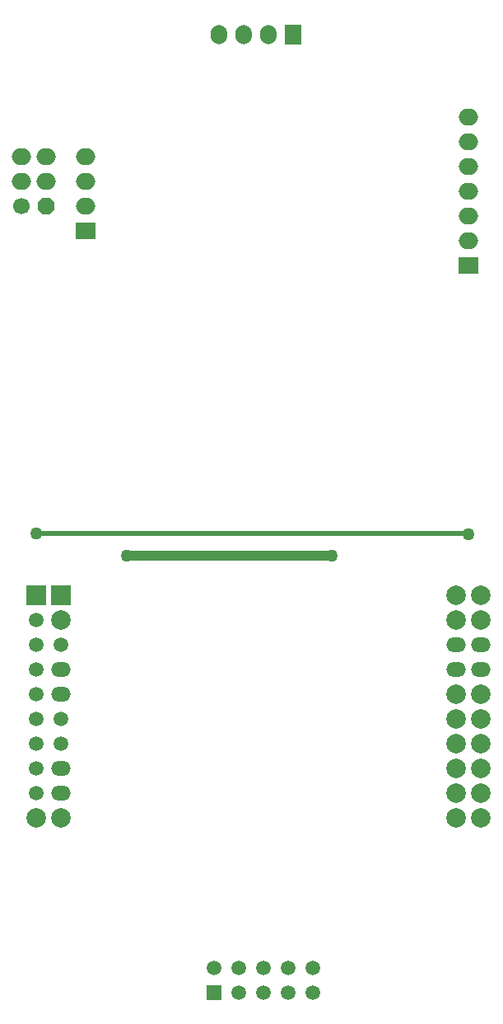
<source format=gtl>
%FSLAX25Y25*%
%MOIN*%
G70*
G01*
G75*
G04 Layer_Physical_Order=1*
G04 Layer_Color=255*
%ADD10C,0.01969*%
%ADD11C,0.03937*%
%ADD12C,0.05906*%
%ADD13R,0.05906X0.05906*%
%ADD14R,0.07874X0.06693*%
%ADD15O,0.07874X0.06693*%
%ADD16R,0.06693X0.07874*%
%ADD17O,0.06693X0.07874*%
%ADD18P,0.07244X8X112.5*%
%ADD19C,0.06693*%
%ADD20C,0.07874*%
%ADD21O,0.07874X0.05906*%
%ADD22R,0.07874X0.07874*%
%ADD23C,0.05000*%
D10*
X84465Y-8500D02*
X84732Y-8768D01*
X-90000Y-8500D02*
X84465D01*
D11*
X-53500Y-17500D02*
X29500D01*
D12*
X22000Y-184000D02*
D03*
Y-194000D02*
D03*
X12000Y-184000D02*
D03*
Y-194000D02*
D03*
X2000Y-184000D02*
D03*
Y-194000D02*
D03*
X-8000Y-184000D02*
D03*
Y-194000D02*
D03*
X-18000Y-184000D02*
D03*
X-90000Y-113500D02*
D03*
Y-103500D02*
D03*
Y-93500D02*
D03*
Y-83500D02*
D03*
Y-73500D02*
D03*
Y-63500D02*
D03*
Y-53500D02*
D03*
Y-43500D02*
D03*
X-80000Y-93500D02*
D03*
Y-83500D02*
D03*
Y-53500D02*
D03*
D13*
X-18000Y-194000D02*
D03*
D14*
X-70000Y114000D02*
D03*
X84732Y99807D02*
D03*
D15*
X-70000Y124000D02*
D03*
Y134000D02*
D03*
Y144000D02*
D03*
X84732Y119807D02*
D03*
Y109807D02*
D03*
Y129807D02*
D03*
Y139807D02*
D03*
Y149807D02*
D03*
Y159807D02*
D03*
X-86000Y134000D02*
D03*
Y144000D02*
D03*
X-96000Y134000D02*
D03*
Y144000D02*
D03*
D16*
X13732Y193307D02*
D03*
D17*
X3732D02*
D03*
X-6268D02*
D03*
X-16268D02*
D03*
D18*
X-86000Y124000D02*
D03*
D19*
X-96000D02*
D03*
D20*
X80000Y-123500D02*
D03*
Y-113500D02*
D03*
Y-103500D02*
D03*
Y-93500D02*
D03*
Y-83500D02*
D03*
Y-73500D02*
D03*
Y-43500D02*
D03*
Y-33500D02*
D03*
X90000Y-123500D02*
D03*
Y-113500D02*
D03*
Y-103500D02*
D03*
Y-93500D02*
D03*
Y-83500D02*
D03*
Y-73500D02*
D03*
Y-43500D02*
D03*
Y-33500D02*
D03*
X-90000Y-123500D02*
D03*
X-80000D02*
D03*
Y-43500D02*
D03*
D21*
X80000Y-63500D02*
D03*
Y-53500D02*
D03*
X90000Y-63500D02*
D03*
Y-53500D02*
D03*
X-80000Y-113500D02*
D03*
Y-103500D02*
D03*
Y-73500D02*
D03*
Y-63500D02*
D03*
D22*
X-90000Y-33500D02*
D03*
X-80000D02*
D03*
D23*
X84732Y-8768D02*
D03*
X29500Y-17500D02*
D03*
X-53500D02*
D03*
X-90000Y-8500D02*
D03*
M02*

</source>
